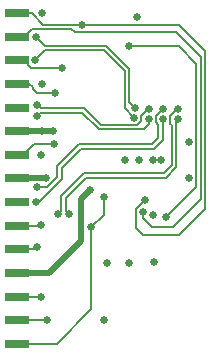
<source format=gbl>
%FSLAX25Y25*%
%MOIN*%
G70*
G01*
G75*
G04 Layer_Physical_Order=4*
G04 Layer_Color=16711680*
%ADD10R,0.03543X0.03937*%
%ADD11R,0.03937X0.03740*%
%ADD12R,0.03937X0.03543*%
%ADD13R,0.00787X0.07874*%
%ADD14R,0.07874X0.03150*%
%ADD15C,0.00800*%
%ADD16C,0.02000*%
%ADD17C,0.02600*%
%ADD18C,0.04000*%
%ADD19C,0.03200*%
D14*
X447500Y400236D02*
D03*
Y290000D02*
D03*
Y297874D02*
D03*
Y305748D02*
D03*
Y313622D02*
D03*
Y321496D02*
D03*
Y329370D02*
D03*
Y337244D02*
D03*
Y345118D02*
D03*
Y352992D02*
D03*
Y360866D02*
D03*
Y368740D02*
D03*
Y376614D02*
D03*
Y392362D02*
D03*
Y384488D02*
D03*
D15*
X460850Y345634D02*
Y349303D01*
X457566Y342350D02*
X460850Y345634D01*
X454070Y342350D02*
X457566D01*
X454723Y337244D02*
X462450Y344971D01*
X453964Y337244D02*
X454723D01*
X462450Y344971D02*
Y348640D01*
X496190Y364820D02*
X496280Y364910D01*
X496190Y358087D02*
Y364820D01*
X493053Y354950D02*
X496190Y358087D01*
X468760Y354950D02*
X493053D01*
X462450Y348640D02*
X468760Y354950D01*
X499060Y349443D02*
Y362800D01*
X496447Y346830D02*
X499060Y349443D01*
X469967Y346830D02*
X496447D01*
X500660Y364580D02*
X501080Y365000D01*
X500660Y348780D02*
Y364580D01*
X497110Y345230D02*
X500660Y348780D01*
X470630Y345230D02*
X497110D01*
X463859Y338459D02*
X470630Y345230D01*
X463859Y334100D02*
Y338459D01*
Y334100D02*
X464759Y333200D01*
X498580Y363280D02*
X499060Y362800D01*
X498580Y363280D02*
Y366036D01*
X500945Y368400D02*
X501080D01*
X498580Y366036D02*
X500945Y368400D01*
X501450Y389140D02*
X507330Y383260D01*
Y342180D02*
Y383260D01*
X500470Y393770D02*
X508730Y385510D01*
Y338140D02*
Y385510D01*
X499610Y329020D02*
X508730Y338140D01*
X501400Y396330D02*
X510130Y387600D01*
Y334870D02*
Y387600D01*
X501670Y326410D02*
X510130Y334870D01*
X484950Y389140D02*
X501450D01*
X497380Y332230D02*
X507330Y342180D01*
X492480Y329020D02*
X499610D01*
X489700Y331800D02*
X492480Y329020D01*
X489700Y331800D02*
Y333800D01*
X462259Y339122D02*
X469967Y346830D01*
X462259Y334100D02*
Y339122D01*
X461359Y333200D02*
X462259Y334100D01*
X468097Y356550D02*
X492390D01*
X460850Y349303D02*
X468097Y356550D01*
X492390D02*
X494590Y358750D01*
Y363065D01*
X493780Y363875D02*
X494590Y363065D01*
X493780Y363875D02*
Y365946D01*
X453390Y321550D02*
X454220Y322380D01*
X453390Y321541D02*
Y321550D01*
X453345Y321496D02*
X453390Y321541D01*
X447500Y321496D02*
X453345D01*
X489460Y326410D02*
X501670D01*
X487140Y328730D02*
X489460Y326410D01*
X487140Y328730D02*
Y334970D01*
X490100Y337930D01*
X449812Y392362D02*
X452470Y395020D01*
X465660D01*
X466910Y393770D01*
X472320Y301550D02*
Y328980D01*
X460770Y290000D02*
X472320Y301550D01*
X447500Y290000D02*
X460770D01*
X472320Y328980D02*
X476420Y333080D01*
Y338980D01*
X489823Y361500D02*
X489971Y361649D01*
X474760Y361500D02*
X489823D01*
X469240Y367020D02*
X474760Y361500D01*
X455350Y367020D02*
X469240D01*
X454290Y365960D02*
X455350Y367020D01*
X487633Y363000D02*
X488980Y364347D01*
X475523Y363000D02*
X487633D01*
X469903Y368620D02*
X475523Y363000D01*
X455420Y368620D02*
X469903D01*
X496144Y368310D02*
X496340D01*
X493780Y365946D02*
X496144Y368310D01*
X491480Y363157D02*
Y364900D01*
X489971Y361649D02*
X491480Y363157D01*
X488980Y364347D02*
Y365935D01*
X491344Y368300D02*
X491600D01*
X488980Y365935D02*
X491344Y368300D01*
X486680Y365300D02*
Y365385D01*
X483400Y368665D02*
X486680Y365385D01*
X476600Y387800D02*
X483400Y381000D01*
X477263Y389400D02*
X485000Y381663D01*
X456824Y389400D02*
X477263D01*
X485000Y370600D02*
Y381663D01*
X457000Y387800D02*
X476600D01*
X483400Y370700D02*
Y381000D01*
X453688Y384488D02*
X457000Y387800D01*
X485000Y370600D02*
X486900Y368700D01*
X452330Y381970D02*
X462550D01*
X449812Y384488D02*
X452330Y381970D01*
X447500Y384488D02*
X449812D01*
X466910Y393770D02*
X500470D01*
X456240Y396420D02*
X469170D01*
X452424Y400236D02*
X456240Y396420D01*
X469170D02*
X469260Y396330D01*
X447500Y400236D02*
X452424D01*
X447500Y392362D02*
X449812D01*
X469260Y396330D02*
X501400D01*
X453200Y356490D02*
X459830D01*
X449702Y352992D02*
X453200Y356490D01*
X447500Y352992D02*
X449702D01*
X454360Y369680D02*
X455420Y368620D01*
X454300Y373440D02*
X460340D01*
X452740Y375000D02*
X454300Y373440D01*
X452740Y375000D02*
Y375450D01*
X451576Y376614D02*
X452740Y375450D01*
X447500Y376614D02*
X451576D01*
X489971Y361649D02*
X490201Y361879D01*
X483400Y368665D02*
Y370700D01*
Y369800D02*
Y370700D01*
X453862Y392362D02*
X456824Y389400D01*
X455598Y329370D02*
X455664Y329436D01*
X447500Y329370D02*
X455598D01*
X455552Y305748D02*
X455564Y305736D01*
X447500Y305748D02*
X455552D01*
X447500Y297874D02*
X457626D01*
D16*
X468990Y324320D02*
Y338160D01*
X472010Y341180D01*
X471930Y341260D02*
X472010Y341180D01*
X458292Y313622D02*
X468990Y324320D01*
X447500Y313622D02*
X458292D01*
X447632Y345250D02*
X456950D01*
X457082Y345118D01*
X447500D02*
X447632Y345250D01*
X455966Y360866D02*
X459534D01*
X447500D02*
X455966D01*
D17*
X495620Y351250D02*
D03*
X476690Y297900D02*
D03*
X487500Y399040D02*
D03*
X504770Y357120D02*
D03*
X504850Y345250D02*
D03*
X464759Y333200D02*
D03*
X461359D02*
D03*
X471930Y341260D02*
D03*
X454220Y322380D02*
D03*
X472320Y328980D02*
D03*
X476420Y338980D02*
D03*
X490100Y337930D02*
D03*
X489700Y333800D02*
D03*
X492979Y351120D02*
D03*
X497380Y332230D02*
D03*
X493040Y333050D02*
D03*
X493100Y317240D02*
D03*
X484900Y316760D02*
D03*
X477700Y317060D02*
D03*
X486680Y365300D02*
D03*
X491480Y364900D02*
D03*
X496280Y364910D02*
D03*
X496340Y368310D02*
D03*
X501080Y368400D02*
D03*
X491600Y368300D02*
D03*
X453964Y337244D02*
D03*
X454070Y342350D02*
D03*
X484950Y389140D02*
D03*
X462550Y381970D02*
D03*
X469260Y396330D02*
D03*
X459830Y356490D02*
D03*
X460340Y373440D02*
D03*
X501080Y365000D02*
D03*
X454360Y369680D02*
D03*
X454290Y365960D02*
D03*
X486900Y368700D02*
D03*
X483531Y351231D02*
D03*
X488255Y351255D02*
D03*
X453688Y384488D02*
D03*
X453862Y392362D02*
D03*
X457082Y345118D02*
D03*
X459534Y360866D02*
D03*
X455966D02*
D03*
X455564Y305736D02*
D03*
X455664Y329436D02*
D03*
X455564Y353036D02*
D03*
X455864Y376736D02*
D03*
X455764Y400236D02*
D03*
X457626Y297874D02*
D03*
M02*

</source>
